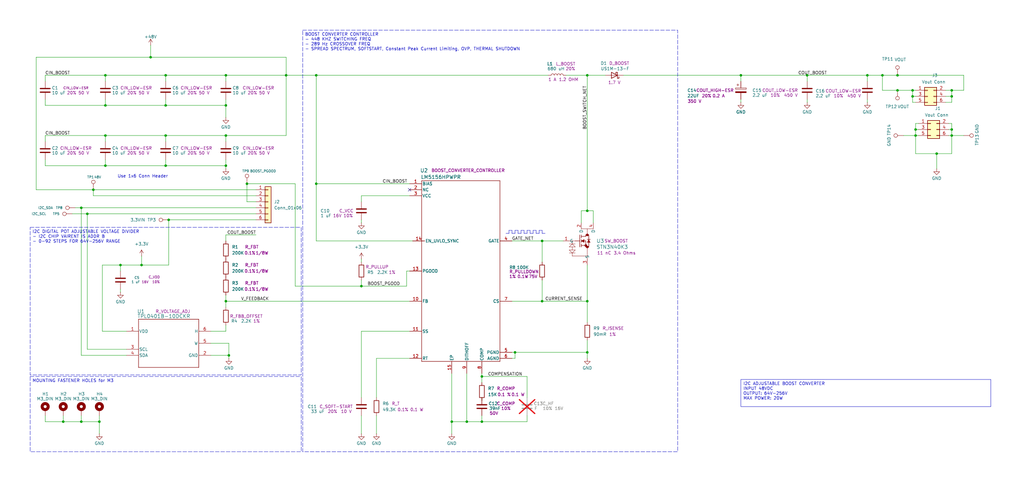
<source format=kicad_sch>
(kicad_sch (version 20250114) (generator "eeschema") (generator_version "9.0")
  (paper "User" 431.8 203.2)
  (title_block (title "Boost Converter Module") (date "2025-07-29") (rev "G") (company "Rack Robotics, Inc."))
  (text "Use 1x6 Conn Header" (at 60.198 74.422 0) (effects (font (size 1.27 1.27))))
  (text_box "BOOST CONVERTER CONTROLLER\n- 448 KHZ SWITCHING FREQ\n- 289 Hz CROSSOVER FREQ\n- SPREAD SPECTRUM, SOFTSTART, Constant Peak Current Limiting, OVP, THERMAL SHUTDOWN" (at 127.635 12.7 0) (size 158.115 177.8) (margins 0.9525 0.9525 0.9525 0.9525) (stroke (width 0) (type dash)) (effects (font (size 1.27 1.27)) (justify left top)))
  (text_box "I2C DIGITAL POT ADJUSTABLE VOLTAGE DIVIDER\n- I2C CHIP VAIRENT IS ADDR B \n- 0-92 STEPS FOR 64V-256V RANGE" (at 12.7 95.885 0) (size 114.3 62.23) (margins 0.9525 0.9525 0.9525 0.9525) (stroke (width 0) (type dash)) (effects (font (size 1.27 1.27)) (justify left top)))
  (text_box "MOUNTING FASTENER HOLES for M3" (at 12.7 158.75 0) (size 114.3 31.75) (margins 0.9525 0.9525 0.9525 0.9525) (stroke (width 0) (type dash)) (effects (font (size 1.27 1.27)) (justify left top)))
  (text_box "I2C ADJUSTABLE BOOST CONVERTER\nINPUT 48VDC\nOUTPUT: 64V-256V\nMAX POWER: 20W" (at 312.42 160.02 0) (size 105.41 11.43) (margins 0.9525 0.9525 0.9525 0.9525) (effects (font (size 1.27 1.27)) (justify left top)))
  (junction (at 228.6 127))
  (junction (at 95.25 31.75))
  (junction (at 386.08 57.15))
  (junction (at 69.85 44.45))
  (junction (at 36.83 90.17))
  (junction (at 44.45 44.45))
  (junction (at 63.5 24.13))
  (junction (at 365.76 31.75))
  (junction (at 394.97 64.77))
  (junction (at 44.45 69.85))
  (junction (at 247.65 88.9))
  (junction (at 120.65 31.75))
  (junction (at 95.25 44.45))
  (junction (at 95.25 69.85))
  (junction (at 69.85 57.15))
  (junction (at 34.29 87.63))
  (junction (at 95.25 127))
  (junction (at 340.36 31.75))
  (junction (at 34.29 177.8))
  (junction (at 104.14 77.47))
  (junction (at 96.52 149.86))
  (junction (at 372.11 31.75))
  (junction (at 50.8 111.76))
  (junction (at 401.32 54.61))
  (junction (at 41.91 177.8))
  (junction (at 152.4 120.65))
  (junction (at 384.81 38.1))
  (junction (at 378.46 38.1))
  (junction (at 378.46 31.75))
  (junction (at 401.32 38.1))
  (junction (at 133.35 77.47))
  (junction (at 401.32 57.15))
  (junction (at 69.85 69.85))
  (junction (at 384.81 40.64))
  (junction (at 312.42 31.75))
  (junction (at 247.65 31.75))
  (junction (at 386.08 54.61))
  (junction (at 196.85 177.8))
  (junction (at 39.37 80.01))
  (junction (at 401.32 40.64))
  (junction (at 44.45 57.15))
  (junction (at 190.5 177.8))
  (junction (at 247.65 148.59))
  (junction (at 247.65 127))
  (junction (at 203.2 158.75))
  (junction (at 203.2 177.8))
  (junction (at 133.35 31.75))
  (junction (at 71.12 92.71))
  (junction (at 69.85 31.75))
  (junction (at 59.69 111.76))
  (junction (at 95.25 57.15))
  (junction (at 217.17 148.59))
  (junction (at 228.6 101.6))
  (junction (at 44.45 31.75))
  (junction (at 26.67 177.8))
  (no_connect (at 172.72 80.01))
  (wire (pts (xy 312.42 34.29) (xy 312.42 31.75)))
  (wire (pts (xy 247.65 151.13) (xy 247.65 148.59)))
  (wire (pts (xy 31.75 87.63) (xy 34.29 87.63)))
  (wire (pts (xy 384.81 43.18) (xy 384.81 40.64)))
  (wire (pts (xy 228.6 127) (xy 247.65 127)))
  (polyline (pts (xy 219.71 98.425) (xy 219.71 97.155)))
  (polyline (pts (xy 214.63 98.425) (xy 214.63 97.155)))
  (wire (pts (xy 152.4 120.65) (xy 171.45 120.65)))
  (wire (pts (xy 203.2 157.48) (xy 203.2 158.75)))
  (polyline (pts (xy 217.17 98.425) (xy 217.17 97.155)))
  (polyline (pts (xy 226.06 98.425) (xy 227.33 98.425)))
  (wire (pts (xy 312.42 31.75) (xy 340.36 31.75)))
  (wire (pts (xy 19.05 31.75) (xy 19.05 34.29)))
  (wire (pts (xy 262.89 31.75) (xy 312.42 31.75)))
  (wire (pts (xy 63.5 24.13) (xy 63.5 19.05)))
  (wire (pts (xy 133.35 77.47) (xy 133.35 101.6)))
  (polyline (pts (xy 218.44 98.425) (xy 219.71 98.425)))
  (wire (pts (xy 247.65 31.75) (xy 255.27 31.75)))
  (wire (pts (xy 158.75 175.26) (xy 158.75 182.88)))
  (wire (pts (xy 44.45 41.91) (xy 44.45 44.45)))
  (wire (pts (xy 222.25 175.26) (xy 222.25 177.8)))
  (wire (pts (xy 406.4 38.1) (xy 401.32 38.1)))
  (wire (pts (xy 41.91 175.26) (xy 41.91 177.8)))
  (wire (pts (xy 152.4 139.7) (xy 172.72 139.7)))
  (wire (pts (xy 340.36 31.75) (xy 365.76 31.75)))
  (wire (pts (xy 215.9 101.6) (xy 228.6 101.6)))
  (wire (pts (xy 30.48 90.17) (xy 36.83 90.17)))
  (wire (pts (xy 386.08 64.77) (xy 394.97 64.77)))
  (wire (pts (xy 107.95 82.55) (xy 39.37 82.55)))
  (wire (pts (xy 133.35 77.47) (xy 172.72 77.47)))
  (wire (pts (xy 401.32 54.61) (xy 401.32 57.15)))
  (wire (pts (xy 222.25 158.75) (xy 203.2 158.75)))
  (wire (pts (xy 247.65 148.59) (xy 217.17 148.59)))
  (wire (pts (xy 401.32 40.64) (xy 401.32 38.1)))
  (wire (pts (xy 104.14 77.47) (xy 124.46 77.47)))
  (wire (pts (xy 190.5 177.8) (xy 190.5 182.88)))
  (wire (pts (xy 152.4 85.09) (xy 152.4 82.55)))
  (wire (pts (xy 228.6 118.11) (xy 228.6 127)))
  (wire (pts (xy 312.42 41.91) (xy 312.42 43.18)))
  (wire (pts (xy 133.35 31.75) (xy 120.65 31.75)))
  (wire (pts (xy 69.85 44.45) (xy 44.45 44.45)))
  (polyline (pts (xy 226.06 97.155) (xy 226.06 98.425)))
  (polyline (pts (xy 228.6 98.425) (xy 229.87 98.425)))
  (wire (pts (xy 386.08 54.61) (xy 386.08 57.15)))
  (polyline (pts (xy 220.98 97.155) (xy 220.98 98.425)))
  (wire (pts (xy 71.12 92.71) (xy 71.12 111.76)))
  (wire (pts (xy 95.25 59.69) (xy 95.25 57.15)))
  (wire (pts (xy 39.37 80.01) (xy 107.95 80.01)))
  (polyline (pts (xy 222.25 97.155) (xy 223.52 97.155)))
  (wire (pts (xy 120.65 57.15) (xy 95.25 57.15)))
  (wire (pts (xy 44.45 31.75) (xy 19.05 31.75)))
  (wire (pts (xy 26.67 177.8) (xy 34.29 177.8)))
  (polyline (pts (xy 228.6 97.155) (xy 228.6 98.425)))
  (wire (pts (xy 88.9 139.7) (xy 95.25 139.7)))
  (wire (pts (xy 39.37 80.01) (xy 15.24 80.01)))
  (wire (pts (xy 69.85 57.15) (xy 69.85 59.69)))
  (wire (pts (xy 401.32 64.77) (xy 401.32 57.15)))
  (wire (pts (xy 34.29 177.8) (xy 41.91 177.8)))
  (wire (pts (xy 217.17 148.59) (xy 215.9 148.59)))
  (wire (pts (xy 95.25 137.16) (xy 95.25 139.7)))
  (wire (pts (xy 401.32 43.18) (xy 398.78 43.18)))
  (wire (pts (xy 387.35 52.07) (xy 386.08 52.07)))
  (wire (pts (xy 15.24 24.13) (xy 15.24 80.01)))
  (wire (pts (xy 34.29 87.63) (xy 107.95 87.63)))
  (wire (pts (xy 95.25 69.85) (xy 69.85 69.85)))
  (wire (pts (xy 95.25 67.31) (xy 95.25 69.85)))
  (polyline (pts (xy 224.79 98.425) (xy 224.79 97.155)))
  (wire (pts (xy 36.83 90.17) (xy 36.83 147.32)))
  (wire (pts (xy 247.65 127) (xy 247.65 135.89)))
  (wire (pts (xy 247.65 111.76) (xy 247.65 127)))
  (wire (pts (xy 124.46 77.47) (xy 124.46 120.65)))
  (wire (pts (xy 88.9 144.78) (xy 96.52 144.78)))
  (wire (pts (xy 34.29 175.26) (xy 34.29 177.8)))
  (wire (pts (xy 133.35 77.47) (xy 133.35 31.75)))
  (wire (pts (xy 95.25 44.45) (xy 69.85 44.45)))
  (wire (pts (xy 95.25 57.15) (xy 69.85 57.15)))
  (wire (pts (xy 59.69 111.76) (xy 71.12 111.76)))
  (wire (pts (xy 88.9 149.86) (xy 96.52 149.86)))
  (polyline (pts (xy 223.52 97.155) (xy 223.52 98.425)))
  (wire (pts (xy 401.32 64.77) (xy 394.97 64.77)))
  (polyline (pts (xy 227.33 98.425) (xy 227.33 97.155)))
  (wire (pts (xy 394.97 64.77) (xy 394.97 71.12)))
  (wire (pts (xy 69.85 31.75) (xy 69.85 34.29)))
  (polyline (pts (xy 218.44 97.155) (xy 218.44 98.425)))
  (polyline (pts (xy 219.71 97.155) (xy 220.98 97.155)))
  (wire (pts (xy 172.72 114.3) (xy 171.45 114.3)))
  (wire (pts (xy 120.65 31.75) (xy 120.65 57.15)))
  (wire (pts (xy 50.8 111.76) (xy 59.69 111.76)))
  (wire (pts (xy 43.18 111.76) (xy 43.18 139.7)))
  (wire (pts (xy 107.95 85.09) (xy 104.14 85.09)))
  (wire (pts (xy 340.36 34.29) (xy 340.36 31.75)))
  (wire (pts (xy 152.4 118.11) (xy 152.4 120.65)))
  (polyline (pts (xy 224.79 97.155) (xy 226.06 97.155)))
  (wire (pts (xy 69.85 69.85) (xy 44.45 69.85)))
  (wire (pts (xy 158.75 167.64) (xy 158.75 151.13)))
  (wire (pts (xy 222.25 167.64) (xy 222.25 158.75)))
  (wire (pts (xy 247.65 88.9) (xy 250.19 88.9)))
  (wire (pts (xy 34.29 149.86) (xy 53.34 149.86)))
  (wire (pts (xy 196.85 157.48) (xy 196.85 177.8)))
  (wire (pts (xy 386.08 57.15) (xy 386.08 64.77)))
  (wire (pts (xy 400.05 57.15) (xy 401.32 57.15)))
  (wire (pts (xy 44.45 67.31) (xy 44.45 69.85)))
  (wire (pts (xy 398.78 40.64) (xy 401.32 40.64)))
  (wire (pts (xy 95.25 127) (xy 95.25 129.54)))
  (wire (pts (xy 190.5 157.48) (xy 190.5 177.8)))
  (wire (pts (xy 250.19 93.98) (xy 250.19 88.9)))
  (wire (pts (xy 69.85 41.91) (xy 69.85 44.45)))
  (wire (pts (xy 107.95 99.06) (xy 95.25 99.06)))
  (wire (pts (xy 228.6 101.6) (xy 228.6 110.49)))
  (wire (pts (xy 36.83 90.17) (xy 107.95 90.17)))
  (wire (pts (xy 95.25 41.91) (xy 95.25 44.45)))
  (wire (pts (xy 152.4 175.26) (xy 152.4 182.88)))
  (wire (pts (xy 44.45 57.15) (xy 44.45 59.69)))
  (wire (pts (xy 133.35 101.6) (xy 173.99 101.6)))
  (wire (pts (xy 95.25 44.45) (xy 95.25 49.53)))
  (wire (pts (xy 406.4 31.75) (xy 406.4 38.1)))
  (wire (pts (xy 50.8 121.92) (xy 50.8 123.19)))
  (wire (pts (xy 69.85 57.15) (xy 44.45 57.15)))
  (wire (pts (xy 95.25 31.75) (xy 69.85 31.75)))
  (wire (pts (xy 96.52 144.78) (xy 96.52 149.86)))
  (wire (pts (xy 203.2 158.75) (xy 203.2 161.29)))
  (wire (pts (xy 386.08 43.18) (xy 384.81 43.18)))
  (wire (pts (xy 384.81 38.1) (xy 386.08 38.1)))
  (polyline (pts (xy 215.9 98.425) (xy 217.17 98.425)))
  (wire (pts (xy 401.32 38.1) (xy 398.78 38.1)))
  (wire (pts (xy 95.25 99.06) (xy 95.25 101.6)))
  (wire (pts (xy 95.25 124.46) (xy 95.25 127)))
  (wire (pts (xy 365.76 31.75) (xy 365.76 34.29)))
  (wire (pts (xy 386.08 57.15) (xy 387.35 57.15)))
  (wire (pts (xy 381 57.15) (xy 386.08 57.15)))
  (wire (pts (xy 238.76 31.75) (xy 247.65 31.75)))
  (wire (pts (xy 378.46 31.75) (xy 406.4 31.75)))
  (wire (pts (xy 124.46 120.65) (xy 152.4 120.65)))
  (wire (pts (xy 245.11 88.9) (xy 247.65 88.9)))
  (wire (pts (xy 372.11 31.75) (xy 372.11 38.1)))
  (wire (pts (xy 215.9 151.13) (xy 217.17 151.13)))
  (wire (pts (xy 387.35 54.61) (xy 386.08 54.61)))
  (wire (pts (xy 152.4 92.71) (xy 152.4 93.98)))
  (wire (pts (xy 41.91 177.8) (xy 41.91 182.88)))
  (wire (pts (xy 400.05 52.07) (xy 401.32 52.07)))
  (wire (pts (xy 378.46 38.1) (xy 384.81 38.1)))
  (polyline (pts (xy 214.63 97.155) (xy 215.9 97.155)))
  (wire (pts (xy 386.08 40.64) (xy 384.81 40.64)))
  (wire (pts (xy 196.85 177.8) (xy 203.2 177.8)))
  (wire (pts (xy 401.32 52.07) (xy 401.32 54.61)))
  (wire (pts (xy 95.25 34.29) (xy 95.25 31.75)))
  (wire (pts (xy 158.75 151.13) (xy 172.72 151.13)))
  (wire (pts (xy 59.69 107.95) (xy 59.69 111.76)))
  (wire (pts (xy 401.32 40.64) (xy 401.32 43.18)))
  (wire (pts (xy 365.76 41.91) (xy 365.76 43.18)))
  (wire (pts (xy 217.17 151.13) (xy 217.17 148.59)))
  (polyline (pts (xy 217.17 97.155) (xy 218.44 97.155)))
  (wire (pts (xy 95.25 127) (xy 172.72 127)))
  (wire (pts (xy 50.8 111.76) (xy 43.18 111.76)))
  (wire (pts (xy 34.29 87.63) (xy 34.29 149.86)))
  (polyline (pts (xy 223.52 98.425) (xy 224.79 98.425)))
  (wire (pts (xy 222.25 177.8) (xy 203.2 177.8)))
  (wire (pts (xy 50.8 111.76) (xy 50.8 114.3)))
  (polyline (pts (xy 215.9 97.155) (xy 215.9 98.425)))
  (polyline (pts (xy 222.25 98.425) (xy 222.25 97.155)))
  (wire (pts (xy 44.45 44.45) (xy 19.05 44.45)))
  (wire (pts (xy 372.11 31.75) (xy 378.46 31.75)))
  (wire (pts (xy 215.9 127) (xy 228.6 127)))
  (wire (pts (xy 152.4 109.22) (xy 152.4 110.49)))
  (wire (pts (xy 120.65 24.13) (xy 120.65 31.75)))
  (wire (pts (xy 190.5 177.8) (xy 196.85 177.8)))
  (wire (pts (xy 378.46 38.1) (xy 372.11 38.1)))
  (polyline (pts (xy 227.33 97.155) (xy 228.6 97.155)))
  (wire (pts (xy 15.24 24.13) (xy 63.5 24.13)))
  (wire (pts (xy 133.35 31.75) (xy 231.14 31.75)))
  (wire (pts (xy 406.4 57.15) (xy 401.32 57.15)))
  (polyline (pts (xy 220.98 98.425) (xy 222.25 98.425)))
  (wire (pts (xy 203.2 175.26) (xy 203.2 177.8)))
  (wire (pts (xy 19.05 41.91) (xy 19.05 44.45)))
  (wire (pts (xy 19.05 67.31) (xy 19.05 69.85)))
  (wire (pts (xy 245.11 93.98) (xy 245.11 88.9)))
  (wire (pts (xy 69.85 67.31) (xy 69.85 69.85)))
  (wire (pts (xy 365.76 31.75) (xy 372.11 31.75)))
  (wire (pts (xy 19.05 175.26) (xy 19.05 177.8)))
  (wire (pts (xy 340.36 41.91) (xy 340.36 43.18)))
  (wire (pts (xy 228.6 101.6) (xy 237.49 101.6)))
  (wire (pts (xy 104.14 85.09) (xy 104.14 77.47)))
  (wire (pts (xy 63.5 24.13) (xy 120.65 24.13)))
  (polyline (pts (xy 213.36 98.425) (xy 214.63 98.425)))
  (wire (pts (xy 19.05 57.15) (xy 19.05 59.69)))
  (wire (pts (xy 96.52 149.86) (xy 96.52 151.13)))
  (wire (pts (xy 43.18 139.7) (xy 53.34 139.7)))
  (wire (pts (xy 203.2 167.64) (xy 203.2 168.91)))
  (wire (pts (xy 386.08 52.07) (xy 386.08 54.61)))
  (wire (pts (xy 247.65 31.75) (xy 247.65 88.9)))
  (wire (pts (xy 384.81 40.64) (xy 384.81 38.1)))
  (wire (pts (xy 44.45 31.75) (xy 44.45 34.29)))
  (wire (pts (xy 39.37 82.55) (xy 39.37 80.01)))
  (wire (pts (xy 400.05 54.61) (xy 401.32 54.61)))
  (wire (pts (xy 152.4 82.55) (xy 172.72 82.55)))
  (wire (pts (xy 247.65 143.51) (xy 247.65 148.59)))
  (wire (pts (xy 152.4 139.7) (xy 152.4 167.64)))
  (wire (pts (xy 36.83 147.32) (xy 53.34 147.32)))
  (wire (pts (xy 26.67 175.26) (xy 26.67 177.8)))
  (wire (pts (xy 44.45 57.15) (xy 19.05 57.15)))
  (wire (pts (xy 44.45 69.85) (xy 19.05 69.85)))
  (wire (pts (xy 19.05 177.8) (xy 26.67 177.8)))
  (wire (pts (xy 171.45 114.3) (xy 171.45 120.65)))
  (wire (pts (xy 95.25 69.85) (xy 95.25 71.12)))
  (wire (pts (xy 69.85 31.75) (xy 44.45 31.75)))
  (wire (pts (xy 95.25 31.75) (xy 120.65 31.75)))
  (wire (pts (xy 107.95 92.71) (xy 71.12 92.71)))
  (label "V_FEEDBACK" (at 101.6 127 0))
  (label "CIN_BOOST" (at 19.05 31.75 0))
  (label "COMPENSATION" (at 205.74 158.75 0))
  (label "CURRENT_SENSE" (at 229.87 127 0))
  (label "BOOST_PGOOD" (at 154.94 120.65 0))
  (label "CIN_BOOST" (at 161.29 77.47 0))
  (label "CIN_BOOST" (at 19.05 57.15 0))
  (label "BOOST_SWITCH_NET" (at 247.65 54.61 90))
  (label "GATE_NET" (at 215.9 101.6 0))
  (label "COUT_BOOST" (at 107.95 99.06 180))
  (label "COUT_BOOST" (at 336.55 31.75 0))
  (symbol (lib_id "power:GND") (at 340.36 43.18 0) (unit 1)
    (property "Reference" "#PWR015" (effects (hide yes)))
    (property "Value" "GND" (at 340.36 47.244 0))
    (property "Description" "Power symbol creates a global label with name \"GND\" , ground" (effects (hide yes)))
  )
  (symbol (lib_id "Connector:TestPoint") (at 406.4 57.15 270) (unit 1) (in_bom no)
    (property "Reference" "TP13" (at 411.988 61.468 0) (effects (justify right)))
    (property "Value" "GND" (at 411.988 56.388 0) (effects (justify right)))
    (property "Footprint" "powercore-development:TestPoint_TestPoint_Pad_2.0x2.0mm_No_Silkscreen" (effects (hide yes)))
    (property "Datasheet" "NULL" (effects (hide yes)))
    (property "Description" "NULL" (effects (hide yes)))
    (property "Manufacturer" "NULL" (effects (hide yes)))
    (property "Manufacturer#" "NULL" (effects (hide yes)))
    (property "Distributor" "NULL" (effects (hide yes)))
    (property "Distributor#" "NULL" (effects (hide yes)))
    (property "Role" "NULL" (effects (hide yes)))
  )
  (symbol (lib_id "Connector:TestPoint") (at 31.75 87.63 90) (unit 1) (in_bom no)
    (property "Reference" "TP8" (at 26.416 87.63 90) (effects (font (size 1.016 1.016)) (justify left)))
    (property "Value" "I2C_SDA" (at 22.352 87.63 90) (effects (font (size 1.016 1.016)) (justify left)))
    (property "Footprint" "powercore-development:TestPoint_TestPoint_Pad_2.0x2.0mm_No_Silkscreen" (effects (hide yes)))
    (property "Datasheet" "NULL" (effects (hide yes)))
    (property "Description" "NULL" (effects (hide yes)))
    (property "Manufacturer" "NULL" (effects (hide yes)))
    (property "Manufacturer#" "NULL" (effects (hide yes)))
    (property "Distributor" "NULL" (effects (hide yes)))
    (property "Distributor#" "NULL" (effects (hide yes)))
    (property "Role" "NULL" (effects (hide yes)))
  )
  (symbol (lib_id "Connector:TestPoint") (at 104.14 77.47 0) (unit 1) (in_bom no)
    (property "Reference" "TP9" (at 102.108 72.136 0) (effects (font (size 1.016 1.016)) (justify left)))
    (property "Value" "BOOST_PGOOD" (at 105.41 72.136 0) (effects (font (size 1.016 1.016)) (justify left)))
    (property "Footprint" "powercore-development:TestPoint_TestPoint_Pad_2.0x2.0mm_No_Silkscreen" (effects (hide yes)))
    (property "Datasheet" "NULL" (effects (hide yes)))
    (property "Description" "NULL" (effects (hide yes)))
    (property "Manufacturer" "NULL" (effects (hide yes)))
    (property "Manufacturer#" "NULL" (effects (hide yes)))
    (property "Distributor" "NULL" (effects (hide yes)))
    (property "Distributor#" "NULL" (effects (hide yes)))
    (property "Role" "NULL" (effects (hide yes)))
  )
  (symbol (lib_id "Device:C") (at 69.85 38.1 0) (unit 1)
    (property "Reference" "C6" (at 72.644 37.084 0) (effects (justify left)))
    (property "Value" "10 uF" (at 72.644 39.116 0) (effects (justify left)))
    (property "Footprint" "Capacitor_SMD:C_1206_3216Metric" (effects (hide yes)))
    (property "Datasheet" "https://mm.digikey.com/Volume0/opasdata/d220001/medias/docus/6358/CL31A106MBHNNNE.pdf" (effects (hide yes)))
    (property "Description" "10 µF ±20% 50V Ceramic Capacitor X5R 1206 (3216 Metric)" (effects (hide yes)))
    (property "Manufacturer" "Samsung Electro-Mechanics" (effects (hide yes)))
    (property "Manufacturer#" "CL31A106MBHNNNE" (effects (hide yes)))
    (property "Distributor" "Digikey Electronics, Inc." (effects (hide yes)))
    (property "Distributor#" "1276-6736-1-ND" (effects (hide yes)))
    (property "Role" "CIN_LOW-ESR" (at 82.804 37.084 0))
    (property "Tolerance" "20%" (at 81.026 39.116 0))
    (property "Max Voltage" "50 V" (at 86.106 39.116 0))
    (property "LCSC Part #" "C96600" (effects (hide yes)))
  )
  (symbol (lib_id "Mechanical:MountingHole_Pad") (at 26.67 172.72 0) (unit 1) (exclude_from_sim yes) (in_bom no)
    (property "Reference" "H2" (at 25.4 166.116 0) (effects (justify left)))
    (property "Value" "M3_DIN" (at 23.114 168.148 0) (effects (justify left)))
    (property "Footprint" "MountingHole:MountingHole_3.2mm_M3_DIN965_Pad_TopBottom" (effects (hide yes)))
    (property "Datasheet" "NULL" (effects (hide yes)))
    (property "Description" "M3 Mounting hole with op & bottom pads exposed" (effects (hide yes)))
    (property "Manufacturer" "NULL" (effects (hide yes)))
    (property "Manufacturer#" "NULL" (effects (hide yes)))
    (property "Distributor" "NULL" (effects (hide yes)))
    (property "Distributor#" "NULL" (effects (hide yes)))
    (property "Role" "NULL" (effects (hide yes)))
  )
  (symbol (lib_id "power:GND") (at 394.97 71.12 0) (unit 1)
    (property "Reference" "#PWR017" (effects (hide yes)))
    (property "Value" "GND" (at 394.97 75.184 0))
    (property "Description" "Power symbol creates a global label with name \"GND\" , ground" (effects (hide yes)))
  )
  (symbol (lib_id "Mechanical:MountingHole_Pad") (at 19.05 172.72 0) (unit 1) (exclude_from_sim yes) (in_bom no)
    (property "Reference" "H1" (at 17.78 166.116 0) (effects (justify left)))
    (property "Value" "M3_DIN" (at 15.494 168.148 0) (effects (justify left)))
    (property "Footprint" "MountingHole:MountingHole_3.2mm_M3_DIN965_Pad_TopBottom" (effects (hide yes)))
    (property "Datasheet" "NULL" (effects (hide yes)))
    (property "Description" "M3 Mounting hole with op & bottom pads exposed" (effects (hide yes)))
    (property "Manufacturer" "NULL" (effects (hide yes)))
    (property "Manufacturer#" "NULL" (effects (hide yes)))
    (property "Distributor" "NULL" (effects (hide yes)))
    (property "Distributor#" "NULL" (effects (hide yes)))
    (property "Role" "NULL" (effects (hide yes)))
  )
  (symbol (lib_id "Device:C") (at 365.76 38.1 0) (unit 1)
    (property "Reference" "C16" (at 343.916 38.354 0) (effects (justify left)))
    (property "Value" "2.2 uF" (at 343.916 40.386 0) (effects (justify left)))
    (property "Footprint" "Capacitor_SMD:C_2220_5750Metric" (effects (hide yes)))
    (property "Datasheet" "https://product.tdk.com/en/system/files?file=dam/doc/product/capacitor/ceramic/mlcc/catalog/mlcc_commercial_midvoltage_en.pdf" (effects (hide yes)))
    (property "Description" "2.2 µF ±10% 450V Ceramic Capacitor X6S 2220 (5750 Metric)" (effects (hide yes)))
    (property "Manufacturer" "TDK Corporation" (effects (hide yes)))
    (property "Manufacturer#" "TDK Corporation" (effects (hide yes)))
    (property "Distributor" "Digikey Electronics, Inc." (effects (hide yes)))
    (property "Distributor#" "445-7781-1-ND" (effects (hide yes)))
    (property "Role" "COUT_LOW-ESR" (at 355.6 38.354 0))
    (property "Tolerance" "10%" (at 353.568 40.386 0))
    (property "Ripple Current Max" "NULL" (effects (hide yes)))
    (property "Max Voltage" "450 V" (at 360.172 40.386 0))
    (property "LCSC Part #" "C445674" (effects (hide yes)))
  )
  (symbol (lib_id "Device:C") (at 69.85 63.5 0) (unit 1)
    (property "Reference" "C7" (at 72.644 62.484 0) (effects (justify left)))
    (property "Value" "10 uF" (at 72.644 64.516 0) (effects (justify left)))
    (property "Footprint" "Capacitor_SMD:C_1206_3216Metric" (effects (hide yes)))
    (property "Datasheet" "https://mm.digikey.com/Volume0/opasdata/d220001/medias/docus/6358/CL31A106MBHNNNE.pdf" (effects (hide yes)))
    (property "Description" "10 µF ±20% 50V Ceramic Capacitor X5R 1206 (3216 Metric)" (effects (hide yes)))
    (property "Manufacturer" "Samsung Electro-Mechanics" (effects (hide yes)))
    (property "Manufacturer#" "CL31A106MBHNNNE" (effects (hide yes)))
    (property "Distributor" "Digikey Electronics, Inc." (effects (hide yes)))
    (property "Distributor#" "1276-6736-1-ND" (effects (hide yes)))
    (property "Role" "CIN_LOW-ESR" (at 82.804 62.484 0))
    (property "Tolerance" "20%" (at 81.026 64.516 0))
    (property "Max Voltage" "50 V" (at 86.106 64.516 0))
    (property "LCSC Part #" "C96600" (effects (hide yes)))
  )
  (symbol (lib_id "Device:C") (at 19.05 38.1 0) (unit 1)
    (property "Reference" "C1" (at 21.844 37.084 0) (effects (justify left)))
    (property "Value" "10 uF" (at 21.844 39.116 0) (effects (justify left)))
    (property "Footprint" "Capacitor_SMD:C_1206_3216Metric" (effects (hide yes)))
    (property "Datasheet" "https://mm.digikey.com/Volume0/opasdata/d220001/medias/docus/6358/CL31A106MBHNNNE.pdf" (effects (hide yes)))
    (property "Description" "10 µF ±20% 50V Ceramic Capacitor X5R 1206 (3216 Metric)" (effects (hide yes)))
    (property "Manufacturer" "Samsung Electro-Mechanics" (effects (hide yes)))
    (property "Manufacturer#" "CL31A106MBHNNNE" (effects (hide yes)))
    (property "Distributor" "Digikey Electronics, Inc." (effects (hide yes)))
    (property "Distributor#" "1276-6736-1-ND" (effects (hide yes)))
    (property "Role" "CIN_LOW-ESR" (at 32.004 37.084 0) (effects (font (size 1.016 1.016))))
    (property "Tolerance" "20%" (at 30.226 39.116 0))
    (property "Max Voltage" "50 V" (at 35.306 39.116 0))
    (property "LCSC Part #" "C96600" (effects (hide yes)))
  )
  (symbol (lib_id "Device:D_Schottky") (at 259.08 31.75 180) (unit 1)
    (property "Reference" "D1" (at 254.5715 26.67 0))
    (property "Value" "US1M-13-F" (at 259.334 28.956 0))
    (property "Footprint" "Diode_SMD:D_SMA" (effects (hide yes)))
    (property "Datasheet" "https://www.diodes.com/assets/Datasheets/ds16008.pdf" (effects (hide yes)))
    (property "Description" "DIODE GEN PURP 1KV 1A SMA" (effects (hide yes)))
    (property "Manufacturer" "Diodes Incorporated" (effects (hide yes)))
    (property "Manufacturer#" "US1M-13-F" (effects (hide yes)))
    (property "Distributor" "Digikey Electronics, Inc." (effects (hide yes)))
    (property "Distributor#" "US1M-FDICT-ND" (effects (hide yes)))
    (property "Role" "D_BOOST" (at 261.112 26.67 0))
    (property "Forward Voltage" "1.7 V" (at 259.08 34.798 0))
    (property "LCSC Part #" "C99333" (effects (hide yes)))
  )
  (symbol (lib_id "Mechanical:MountingHole_Pad") (at 41.91 172.72 0) (unit 1) (exclude_from_sim yes) (in_bom no)
    (property "Reference" "H4" (at 40.64 166.116 0) (effects (justify left)))
    (property "Value" "M3_DIN" (at 38.354 168.148 0) (effects (justify left)))
    (property "Footprint" "MountingHole:MountingHole_3.2mm_M3_DIN965_Pad_TopBottom" (effects (hide yes)))
    (property "Datasheet" "NULL" (effects (hide yes)))
    (property "Description" "M3 Mounting hole with op & bottom pads exposed" (effects (hide yes)))
    (property "Manufacturer" "NULL" (effects (hide yes)))
    (property "Manufacturer#" "NULL" (effects (hide yes)))
    (property "Distributor" "NULL" (effects (hide yes)))
    (property "Distributor#" "NULL" (effects (hide yes)))
    (property "Role" "NULL" (effects (hide yes)))
  )
  (symbol (lib_id "powercore-development:TPL0401B-10DCKR") (at 71.12 144.78 0) (unit 1)
    (property "Reference" "U1" (at 59.436 131.318 0) (effects (font (size 1.524 1.524))))
    (property "Value" "TPL0401B-10DCKR" (at 69.088 133.35 0) (effects (font (size 1.524 1.524))))
    (property "Footprint" "powercore-development:TPL0401B-10DCKR" (effects (hide yes)))
    (property "Datasheet" "https://www.ti.com/general/docs/suppproductinfo.tsp?distId=10&gotoUrl=https%3A%2F%2Fwww.ti.com%2Flit%2Fgpn%2Ftpl0401b-10" (effects (hide yes)))
    (property "Description" "Digital Potentiometer 10k Ohm 1 Circuit 128 Taps I2C Interface SC-70-6" (effects (hide yes)))
    (property "Manufacturer" "Texas Instruments" (effects (hide yes)))
    (property "Manufacturer#" "TPL0401B-10DCKR" (effects (hide yes)))
    (property "Distributor" "Digikey Electronics, Inc." (effects (hide yes)))
    (property "Distributor#" "296-29677-1-ND" (effects (hide yes)))
    (property "Role" "R_VOLTAGE_ADJ" (at 72.898 131.318 0))
    (property "LCSC Part #" "C2666599" (effects (hide yes)))
  )
  (symbol (lib_id "power:GND") (at 190.5 182.88 0) (unit 1)
    (property "Reference" "#PWR012" (effects (hide yes)))
    (property "Value" "GND" (at 190.5 186.944 0))
    (property "Description" "Power symbol creates a global label with name \"GND\" , ground" (effects (hide yes)))
  )
  (symbol (lib_id "Connector:TestPoint") (at 30.48 90.17 90) (unit 1) (in_bom no)
    (property "Reference" "TP5" (at 25.146 90.17 90) (effects (font (size 1.016 1.016)) (justify left)))
    (property "Value" "I2C_SCL" (at 19.558 90.17 90) (effects (font (size 1.016 1.016)) (justify left)))
    (property "Footprint" "powercore-development:TestPoint_TestPoint_Pad_2.0x2.0mm_No_Silkscreen" (effects (hide yes)))
    (property "Datasheet" "NULL" (effects (hide yes)))
    (property "Description" "NULL" (effects (hide yes)))
    (property "Manufacturer" "NULL" (effects (hide yes)))
    (property "Manufacturer#" "NULL" (effects (hide yes)))
    (property "Distributor" "NULL" (effects (hide yes)))
    (property "Distributor#" "NULL" (effects (hide yes)))
    (property "Role" "NULL" (effects (hide yes)))
  )
  (symbol (lib_id "Connector:TestPoint") (at 378.46 38.1 180) (unit 1) (in_bom no)
    (property "Reference" "TP12" (at 373.38 44.958 0) (effects (justify right)))
    (property "Value" "VOUT" (at 378.46 44.958 0) (effects (justify right)))
    (property "Footprint" "powercore-development:TestPoint_TestPoint_Pad_2.0x2.0mm_No_Silkscreen" (effects (hide yes)))
    (property "Datasheet" "NULL" (effects (hide yes)))
    (property "Description" "NULL" (effects (hide yes)))
    (property "Manufacturer" "NULL" (effects (hide yes)))
    (property "Manufacturer#" "NULL" (effects (hide yes)))
    (property "Distributor" "NULL" (effects (hide yes)))
    (property "Distributor#" "NULL" (effects (hide yes)))
    (property "Role" "NULL" (effects (hide yes)))
  )
  (symbol (lib_id "Connector_Generic:Conn_01x06") (at 113.03 85.09 0) (unit 1)
    (property "Reference" "J2" (at 115.57 85.0899 0) (effects (justify left)))
    (property "Value" "Conn_01x06" (at 115.57 87.6299 0) (effects (justify left)))
    (property "Footprint" "Connector_PinHeader_2.54mm:PinHeader_1x06_P2.54mm_Vertical" (effects (hide yes)))
    (property "Description" "Generic connector, single row, 01x06, script generated (kicad-library-utils/schlib/autogen/connector/)" (effects (hide yes)))
  )
  (symbol (lib_id "Device:R") (at 247.65 139.7 0) (unit 1)
    (property "Reference" "R9" (at 250.19 138.4299 0) (effects (justify left)))
    (property "Value" "90mR" (at 250.19 140.9699 0) (effects (justify left)))
    (property "Footprint" "Resistor_SMD:R_1206_3216Metric" (effects (hide yes)))
    (property "Datasheet" "https://www.yageo.com/upload/media/product/app/datasheet/rchip/pyu-rl_group_521_rohs_l.pdf" (effects (hide yes)))
    (property "Description" "90 mOhms ±1% 0.25W, 1/4W Chip Resistor 1206 (3216 Metric) Current Sense Thick Film" (effects (hide yes)))
    (property "Manufacturer" "YAGEO" (effects (hide yes)))
    (property "Manufacturer#" "RL1206FR-070R09L" (effects (hide yes)))
    (property "Distributor" "Digikey Electronics, Inc." (effects (hide yes)))
    (property "Distributor#" "13-RL1206FR-070R09LCT-ND" (effects (hide yes)))
    (property "Role" "R_ISENSE" (at 258.572 138.43 0))
    (property "Tolerance" "1%" (at 258.318 140.97 0))
    (property "Power" "0.25 W" (effects (hide yes)))
    (property "LCSC Part #" "C375525" (effects (hide yes)))
  )
  (symbol (lib_id "power:GND") (at 365.76 43.18 0) (unit 1)
    (property "Reference" "#PWR016" (effects (hide yes)))
    (property "Value" "GND" (at 365.76 47.244 0))
    (property "Description" "Power symbol creates a global label with name \"GND\" , ground" (effects (hide yes)))
  )
  (symbol (lib_id "Device:C") (at 44.45 38.1 0) (unit 1)
    (property "Reference" "C3" (at 47.244 37.084 0) (effects (justify left)))
    (property "Value" "10 uF" (at 47.244 39.116 0) (effects (justify left)))
    (property "Footprint" "Capacitor_SMD:C_1206_3216Metric" (effects (hide yes)))
    (property "Datasheet" "https://mm.digikey.com/Volume0/opasdata/d220001/medias/docus/6358/CL31A106MBHNNNE.pdf" (effects (hide yes)))
    (property "Description" "10 µF ±20% 50V Ceramic Capacitor X5R 1206 (3216 Metric)" (effects (hide yes)))
    (property "Manufacturer" "Samsung Electro-Mechanics" (effects (hide yes)))
    (property "Manufacturer#" "CL31A106MBHNNNE" (effects (hide yes)))
    (property "Distributor" "Digikey Electronics, Inc." (effects (hide yes)))
    (property "Distributor#" "1276-6736-1-ND" (effects (hide yes)))
    (property "Role" "CIN_LOW-ESR" (at 57.404 37.084 0))
    (property "Tolerance" "20%" (at 55.626 39.116 0))
    (property "Max Voltage" "50 V" (at 60.706 39.116 0))
    (property "LCSC Part #" "C96600" (effects (hide yes)))
  )
  (symbol (lib_id "Device:R") (at 152.4 114.3 0) (mirror y) (unit 1)
    (property "Reference" "R5" (at 156.21 114.808 0))
    (property "Value" "2.2K" (at 161.29 114.808 0))
    (property "Footprint" "Resistor_SMD:R_0603_1608Metric" (effects (hide yes)))
    (property "Datasheet" "https://www.yageo.com/upload/media/product/products/datasheet/rchip/PYu-RC_Group_51_RoHS_L_12.pdf" (effects (hide yes)))
    (property "Description" "2.2 kOhms ±1% 0.1W, 1/10W Chip Resistor 0603 (1608 Metric) Moisture Resistant Thick Film" (effects (hide yes)))
    (property "Manufacturer" "YAGEO" (effects (hide yes)))
    (property "Tolerance" "1%" (at 165.354 114.808 0))
    (property "Role" "R_PULLUP" (at 159.004 112.522 0))
    (property "Manufacturer#" "13-RC0603FR-132K2LCT-ND" (effects (hide yes)))
    (property "Distributor" "Digikey Electronics, Inc." (effects (hide yes)))
    (property "Distributor#" "13-RC0603FR-132K2LCT-ND" (effects (hide yes)))
    (property "LCSC Part #" "C3032396" (effects (hide yes)))
  )
  (symbol (lib_id "Device:C") (at 44.45 63.5 0) (unit 1)
    (property "Reference" "C4" (at 47.244 62.484 0) (effects (justify left)))
    (property "Value" "10 uF" (at 47.244 64.516 0) (effects (justify left)))
    (property "Footprint" "Capacitor_SMD:C_1206_3216Metric" (effects (hide yes)))
    (property "Datasheet" "https://mm.digikey.com/Volume0/opasdata/d220001/medias/docus/6358/CL31A106MBHNNNE.pdf" (effects (hide yes)))
    (property "Description" "10 µF ±20% 50V Ceramic Capacitor X5R 1206 (3216 Metric)" (effects (hide yes)))
    (property "Manufacturer" "Samsung Electro-Mechanics" (effects (hide yes)))
    (property "Manufacturer#" "CL31A106MBHNNNE" (effects (hide yes)))
    (property "Distributor" "Digikey Electronics, Inc." (effects (hide yes)))
    (property "Distributor#" "1276-6736-1-ND" (effects (hide yes)))
    (property "Role" "CIN_LOW-ESR" (at 57.404 62.484 0))
    (property "Tolerance" "20%" (at 55.626 64.516 0))
    (property "Max Voltage" "50 V" (at 60.706 64.516 0))
    (property "LCSC Part #" "C96600" (effects (hide yes)))
  )
  (symbol (lib_id "Device:R") (at 95.25 113.03 0) (unit 1)
    (property "Reference" "R2" (at 97.79 111.7599 0) (effects (justify left)))
    (property "Value" "200K" (at 97.79 114.2999 0) (effects (justify left)))
    (property "Footprint" "Resistor_SMD:R_0805_2012Metric" (effects (hide yes)))
    (property "Datasheet" "https://www.yageo.com/upload/media/product/app/datasheet/rchip/pyu-rt_1-to-0.01_rohs_l.pdf" (effects (hide yes)))
    (property "Description" "200 kOhms ±0.1% 0.125W, 1/8W Chip Resistor 0805 (2012 Metric) Thin Film" (effects (hide yes)))
    (property "Manufacturer" "YAGEO" (effects (hide yes)))
    (property "Manufacturer#" "RT0805BRD07200KL" (effects (hide yes)))
    (property "Distributor" "Digikey Electronics, Inc." (effects (hide yes)))
    (property "Distributor#" "YAG3357CT-ND" (effects (hide yes)))
    (property "Role" "R_FBT" (at 106.172 111.76 0))
    (property "Tolerance" "0.1%" (at 105.41 114.3 0))
    (property "Power" "1/8W" (at 110.49 114.3 0))
    (property "LCSC Part #" "C728645" (effects (hide yes)))
  )
  (symbol (lib_id "Device:L") (at 234.95 31.75 90) (unit 1)
    (property "Reference" "L1" (at 231.902 26.924 90) (effects (font (thickness 0.254) (bold yes))))
    (property "Value" "680 uH" (at 234.442 28.956 90))
    (property "Footprint" "powercore-development:SRR1210-681M" (effects (hide yes)))
    (property "Datasheet" "https://www.bourns.com/docs/Product-Datasheets/SRR1210.pdf" (effects (hide yes)))
    (property "Description" "680 µH Shielded Drum Core, Wirewound Inductor 1 A 1.2Ohm Max Nonstandard" (effects (hide yes)))
    (property "Manufacturer" "Bourns Inc." (effects (hide yes)))
    (property "Manufacturer#" "SRR1210-681M" (effects (hide yes)))
    (property "Distributor" "Digikey Electroncis, Inc." (effects (hide yes)))
    (property "Distributor#" "SRR1210-681MCT-ND" (effects (hide yes)))
    (property "Role" "L_BOOST" (at 238.506 26.924 90))
    (property "DCR" "1.2 OHM" (at 239.776 33.528 90))
    (property "Tolerance" "20%" (at 240.538 28.956 90))
    (property "Max Current" "1 A" (at 232.918 33.528 90))
    (property "LCSC Part #" "NULL" (effects (hide yes)))
  )
  (symbol (lib_id "Device:C") (at 152.4 171.45 0) (mirror y) (unit 1)
    (property "Reference" "C11" (at 133.604 171.45 0) (effects (justify left)))
    (property "Value" "33 uF" (at 136.906 173.482 0) (effects (justify left)))
    (property "Footprint" "Capacitor_SMD:C_0805_2012Metric" (effects (hide yes)))
    (property "Datasheet" "https://product.tdk.com/system/files/dam/doc/product/capacitor/ceramic/mlcc/catalog/mlcc_commercial_general_en.pdf" (effects (hide yes)))
    (property "Description" "33 µF ±20% 10V Ceramic Capacitor X5R 0805 (2012 Metric)" (effects (hide yes)))
    (property "Manufacturer" "TDK Corporation" (effects (hide yes)))
    (property "Manufacturer#" "C2012X5R1A336MTJ00E" (effects (hide yes)))
    (property "Distributor" "Digikey Electronics, Inc." (effects (hide yes)))
    (property "Distributor#" "445-8238-1-ND" (effects (hide yes)))
    (property "Role" "C_SOFT-START" (at 141.732 171.45 0))
    (property "Tolerance" "20%" (at 140.208 173.482 0))
    (property "Max Voltage" "10 V" (at 146.05 173.482 0))
    (property "LCSC Part #" "C342635" (effects (hide yes)))
  )
  (symbol (lib_id "Device:R") (at 95.25 133.35 0) (mirror x) (unit 1)
    (property "Reference" "R4" (at 98.806 135.382 0))
    (property "Value" "2.2K" (at 103.886 135.382 0))
    (property "Footprint" "Resistor_SMD:R_0603_1608Metric" (effects (hide yes)))
    (property "Datasheet" "https://www.yageo.com/upload/media/product/products/datasheet/rchip/PYu-RC_Group_51_RoHS_L_12.pdf" (effects (hide yes)))
    (property "Description" "2.2 kOhms ±1% 0.1W, 1/10W Chip Resistor 0603 (1608 Metric) Moisture Resistant Thick Film" (effects (hide yes)))
    (property "Manufacturer" "YAGEO" (effects (hide yes)))
    (property "Tolerance" "1%" (at 108.204 135.382 0))
    (property "Role" "R_FBB_OFFSET" (at 103.886 133.35 0))
    (property "Manufacturer#" "13-RC0603FR-132K2LCT-ND" (effects (hide yes)))
    (property "Distributor" "Digikey Electronics, Inc." (effects (hide yes)))
    (property "Distributor#" "13-RC0603FR-132K2LCT-ND" (effects (hide yes)))
    (property "LCSC Part #" "C3032396" (effects (hide yes)))
  )
  (symbol (lib_id "power:GND") (at 95.25 49.53 0) (unit 1)
    (property "Reference" "#PWR05" (effects (hide yes)))
    (property "Value" "GND" (at 95.25 53.594 0))
    (property "Description" "Power symbol creates a global label with name \"GND\" , ground" (effects (hide yes)))
  )
  (symbol (lib_id "Device:C") (at 340.36 38.1 0) (unit 1)
    (property "Reference" "C15" (at 317.246 38.1 0) (effects (justify left)))
    (property "Value" "2.2 uF" (at 317.246 40.132 0) (effects (justify left)))
    (property "Footprint" "Capacitor_SMD:C_2220_5750Metric" (effects (hide yes)))
    (property "Datasheet" "https://product.tdk.com/en/system/files?file=dam/doc/product/capacitor/ceramic/mlcc/catalog/mlcc_commercial_midvoltage_en.pdf" (effects (hide yes)))
    (property "Description" "2.2 µF ±10% 450V Ceramic Capacitor X6S 2220 (5750 Metric)" (effects (hide yes)))
    (property "Manufacturer" "TDK Corporation" (effects (hide yes)))
    (property "Manufacturer#" "TDK Corporation" (effects (hide yes)))
    (property "Distributor" "Digikey Electronics, Inc." (effects (hide yes)))
    (property "Distributor#" "445-7781-1-ND" (effects (hide yes)))
    (property "Role" "COUT_LOW-ESR" (at 328.93 38.1 0))
    (property "Tolerance" "10%" (at 326.898 40.132 0))
    (property "Ripple Current Max" "NULL" (effects (hide yes)))
    (property "Max Voltage" "450 V" (at 333.502 40.132 0))
    (property "LCSC Part #" "C445674" (effects (hide yes)))
  )
  (symbol (lib_id "Connector:TestPoint") (at 381 57.15 90) (unit 1) (in_bom no)
    (property "Reference" "TP14" (at 374.904 52.324 0) (effects (justify right)))
    (property "Value" "GND" (at 374.904 57.658 0) (effects (justify right)))
    (property "Footprint" "powercore-development:TestPoint_TestPoint_Pad_2.0x2.0mm_No_Silkscreen" (effects (hide yes)))
    (property "Datasheet" "NULL" (effects (hide yes)))
    (property "Description" "NULL" (effects (hide yes)))
    (property "Manufacturer" "NULL" (effects (hide yes)))
    (property "Manufacturer#" "NULL" (effects (hide yes)))
    (property "Distributor" "NULL" (effects (hide yes)))
    (property "Distributor#" "NULL" (effects (hide yes)))
    (property "Role" "NULL" (effects (hide yes)))
  )
  (symbol (lib_id "Device:C") (at 152.4 88.9 0) (unit 1)
    (property "Reference" "C10" (at 135.128 88.9 0) (effects (justify left)))
    (property "Value" "1 uF" (at 135.128 90.932 0) (effects (justify left)))
    (property "Footprint" "Capacitor_SMD:C_0603_1608Metric" (effects (hide yes)))
    (property "Datasheet" "https://www.yageo.com/upload/media/product/app/datasheet/mlcc/upy-gphc_x5r_4v-to-50v.pdf" (effects (hide yes)))
    (property "Description" "1 µF ±10% 16V Ceramic Capacitor X5R 0603 (1608 Metric)" (effects (hide yes)))
    (property "Manufacturer" "YAGEO" (effects (hide yes)))
    (property "Manufacturer#" "CC0603KRX5R7BB105" (effects (hide yes)))
    (property "Distributor" "Digikey Electronics, Inc." (effects (hide yes)))
    (property "Distributor#" "311-1444-1-ND" (effects (hide yes)))
    (property "Role" "C_VCC" (at 146.05 88.9 0))
    (property "Tolerance" "10%" (at 146.812 90.932 0))
    (property "Max Voltage" "16V" (at 142.24 90.932 0))
    (property "LCSC Part #" "C106215" (effects (hide yes)))
  )
  (symbol (lib_id "power:+3.3V") (at 152.4 109.22 0) (unit 1)
    (property "Reference" "#PWR09" (effects (hide yes)))
    (property "Value" "+3.3V" (at 152.4 104.14 0))
    (property "Description" "Power symbol creates a global label with name \"+3.3V\"" (effects (hide yes)))
  )
  (symbol (lib_id "Device:R") (at 158.75 171.45 0) (unit 1)
    (property "Reference" "R6" (at 161.29 170.1799 0) (effects (justify left)))
    (property "Value" "49.3K" (at 161.29 172.7199 0) (effects (justify left)))
    (property "Footprint" "Resistor_SMD:R_0603_1608Metric" (effects (hide yes)))
    (property "Datasheet" "https://www.yageo.com/upload/media/product/app/datasheet/rchip/pyu-rt_1-to-0.01_rohs_l.pdf" (effects (hide yes)))
    (property "Description" "49.3 kOhms ±0.1% 0.1W, 1/10W Chip Resistor 0603 (1608 Metric) Thin Film" (effects (hide yes)))
    (property "Manufacturer" "YAGEO" (effects (hide yes)))
    (property "Manufacturer#" "AT0603BRD0749K3L" (effects (hide yes)))
    (property "Distributor" "Digikey Electronics, Inc." (effects (hide yes)))
    (property "Distributor#" "13-RT0603BRD0749K3LCT-ND" (effects (hide yes)))
    (property "Role" "R_T" (at 166.878 170.18 0))
    (property "Tolerance" "0.1%" (at 169.926 172.72 0))
    (property "Power" "0.1 W" (at 175.768 172.72 0))
    (property "LCSC Part #" "C861433" (effects (hide yes)))
  )
  (symbol (lib_id "power:GND") (at 152.4 93.98 0) (unit 1)
    (property "Reference" "#PWR08" (effects (hide yes)))
    (property "Value" "GND" (at 152.4 98.044 0))
    (property "Description" "Power symbol creates a global label with name \"GND\" , ground" (effects (hide yes)))
  )
  (symbol (lib_id "power:GND") (at 158.75 182.88 0) (unit 1)
    (property "Reference" "#PWR011" (effects (hide yes)))
    (property "Value" "GND" (at 158.75 186.944 0))
    (property "Description" "Power symbol creates a global label with name \"GND\" , ground" (effects (hide yes)))
  )
  (symbol (lib_id "power:+3.3V") (at 59.69 107.95 0) (unit 1)
    (property "Reference" "#PWR04" (effects (hide yes)))
    (property "Value" "+3.3V" (at 59.69 102.87 0))
    (property "Description" "Power symbol creates a global label with name \"+3.3V\"" (effects (hide yes)))
  )
  (symbol (lib_id "Device:C") (at 222.25 171.45 0) (unit 1) (in_bom no) (dnp yes)
    (property "Reference" "C13" (at 225.044 170.18 0) (effects (justify left)))
    (property "Value" "F" (at 225.298 172.212 0) (effects (justify left)))
    (property "Footprint" "Capacitor_SMD:C_0603_1608Metric" (effects (hide yes)))
    (property "Datasheet" "NULL" (effects (hide yes)))
    (property "Description" "NULL" (effects (hide yes)))
    (property "Manufacturer" "NULL" (effects (hide yes)))
    (property "Manufacturer#" "NULL" (effects (hide yes)))
    (property "Distributor" "Digikey Electronics, Inc." (effects (hide yes)))
    (property "Distributor#" "NULL" (effects (hide yes)))
    (property "Role" "C_HF" (at 231.14 170.18 0))
    (property "Tolerance" "10%" (at 230.886 172.212 0))
    (property "Max Voltage" "16V" (at 235.712 172.212 0))
    (property "LCSC Part #" "NULL" (effects (hide yes)))
  )
  (symbol (lib_id "Device:C_Polarized") (at 312.42 38.1 0) (unit 1)
    (property "Reference" "C14" (at 289.814 38.1 0) (effects (justify left)))
    (property "Value" "22UF" (at 289.814 40.386 0) (effects (justify left)))
    (property "Footprint" "powercore-development:226TTA350M" (effects (hide yes)))
    (property "Datasheet" "https://www.cde.com/resources/catalogs/TTA.pdf" (effects (hide yes)))
    (property "Description" "22 µF 350 V Aluminum Electrolytic Capacitors Axial, Can 15.072Ohm @ 120Hz 2000 Hrs @ 85°C" (effects (hide yes)))
    (property "Manufacturer" "Cornell Dubilier Knowles" (effects (hide yes)))
    (property "Manufacturer#" "226TTA350M" (effects (hide yes)))
    (property "Distributor" "Digikey Electronics, Inc." (effects (hide yes)))
    (property "Distributor#" "1572-1694-ND" (effects (hide yes)))
    (property "Role" "COUT_HIGH-ESR" (at 301.498 38.1 0))
    (property "Tolerance" "20%" (at 297.942 40.386 0))
    (property "Ripple Current Max" "0.2 A" (at 303.022 40.386 0))
    (property "Max Voltage" "350 V" (at 292.862 42.672 0))
    (property "LCSC Part #" "C6077372" (effects (hide yes)))
  )
  (symbol (lib_id "power:GND") (at 96.52 151.13 0) (unit 1)
    (property "Reference" "#PWR07" (effects (hide yes)))
    (property "Value" "GND" (at 96.52 155.194 0))
    (property "Description" "Power symbol creates a global label with name \"GND\" , ground" (effects (hide yes)))
  )
  (symbol (lib_id "Device:C") (at 19.05 63.5 0) (unit 1)
    (property "Reference" "C2" (at 21.844 62.484 0) (effects (justify left)))
    (property "Value" "10 uF" (at 21.844 64.516 0) (effects (justify left)))
    (property "Footprint" "Capacitor_SMD:C_1206_3216Metric" (effects (hide yes)))
    (property "Datasheet" "https://mm.digikey.com/Volume0/opasdata/d220001/medias/docus/6358/CL31A106MBHNNNE.pdf" (effects (hide yes)))
    (property "Description" "10 µF ±20% 50V Ceramic Capacitor X5R 1206 (3216 Metric)" (effects (hide yes)))
    (property "Manufacturer" "Samsung Electro-Mechanics" (effects (hide yes)))
    (property "Manufacturer#" "CL31A106MBHNNNE" (effects (hide yes)))
    (property "Distributor" "Digikey Electronics, Inc." (effects (hide yes)))
    (property "Distributor#" "1276-6736-1-ND" (effects (hide yes)))
    (property "Role" "CIN_LOW-ESR" (at 32.004 62.484 0))
    (property "Tolerance" "20%" (at 30.226 64.516 0))
    (property "Max Voltage" "50 V" (at 35.306 64.516 0))
    (property "LCSC Part #" "C96600" (effects (hide yes)))
  )
  (symbol (lib_id "power:GND") (at 95.25 71.12 0) (unit 1)
    (property "Reference" "#PWR06" (effects (hide yes)))
    (property "Value" "GND" (at 95.25 75.184 0))
    (property "Description" "Power symbol creates a global label with name \"GND\" , ground" (effects (hide yes)))
  )
  (symbol (lib_id "Connector:TestPoint") (at 71.12 92.71 90) (unit 1) (in_bom no)
    (property "Reference" "TP3" (at 65.786 92.71 90) (effects (justify left)))
    (property "Value" "3.3VIN" (at 61.214 92.71 90) (effects (justify left)))
    (property "Footprint" "powercore-development:TestPoint_TestPoint_Pad_2.0x2.0mm_No_Silkscreen" (effects (hide yes)))
    (property "Datasheet" "NULL" (effects (hide yes)))
    (property "Description" "NULL" (effects (hide yes)))
    (property "Manufacturer" "NULL" (effects (hide yes)))
    (property "Manufacturer#" "NULL" (effects (hide yes)))
    (property "Distributor" "NULL" (effects (hide yes)))
    (property "Distributor#" "NULL" (effects (hide yes)))
    (property "Role" "NULL" (effects (hide yes)))
  )
  (symbol (lib_id "Powercore_Development:STN3N40K3") (at 240.03 101.6 0) (unit 1)
    (property "Reference" "U3" (at 251.46 101.6 0) (effects (font (size 1.524 1.524)) (justify left)))
    (property "Value" "STN3N40K3" (at 251.46 104.14 0) (effects (font (size 1.524 1.524)) (justify left)))
    (property "Footprint" "powercore-development:STN3N40K3" (effects (hide yes)))
    (property "Datasheet" "https://www.st.com/content/ccc/resource/technical/document/datasheet/e1/9f/5b/ab/3e/c6/4b/21/CD00278221.pdf/files/CD00278221.pdf/jcr:content/translations/en.CD00278221.pdf" (effects (hide yes)))
    (property "Description" "N-Channel 400 V 1.8A (Tc) 3.3W (Ta) Surface Mount SOT-223" (effects (hide yes)))
    (property "Manufacturer" "STMicroelectronics" (effects (hide yes)))
    (property "Manufacturer#" "STN3N40K3" (effects (hide yes)))
    (property "Distributor" "Digikey Electronics, Inc." (effects (hide yes)))
    (property "Distributor#" "497-11222-1-ND" (effects (hide yes)))
    (property "Role" "SW_BOOST" (at 259.842 101.6001 0))
    (property "LCSC Part #" "C128261" (effects (hide yes)))
    (property "R_DS" "3.4 Ohms" (at 263.398 106.68 0))
    (property "Q_GATE" "11 nC" (at 254.762 106.68 0))
  )
  (symbol (lib_id "powercore-development:LM5156HPWPR") (at 177.8 76.2 0) (unit 1)
    (property "Reference" "U2" (at 178.816 71.882 0) (effects (font (size 1.524 1.524))))
    (property "Value" "LM5156HPWPR" (at 185.928 74.676 0) (effects (font (size 1.524 1.524))))
    (property "Footprint" "powercore-development:lm5156h" (effects (hide yes)))
    (property "Datasheet" "http://www.ti.com/general/docs/suppproductinfo.tsp?distId=10&gotoUrl=http%3A%2F%2Fwww.ti.com%2Flit%2Fgpn%2FLM5156H" (effects (hide yes)))
    (property "Description" "Boost, Flyback, SEPIC Regulator Positive Output Step-Up, Step-Up/Step-Down DC-DC Controller IC 14-HTSSOP" (effects (hide yes)))
    (property "Manufacturer" "Texas Instruments" (effects (hide yes)))
    (property "Manufacturer#" "LM5156HPWPR" (effects (hide yes)))
    (property "Distributor" "Digikey Electronics, Inc." (effects (hide yes)))
    (property "Distributor#" "296-LM5156HPWPRCT-ND" (effects (hide yes)))
    (property "Role" "BOOST_CONVERTER_CONTROLLER" (at 197.358 71.882 0))
    (property "LCSC Part #" "C2867852" (effects (hide yes)))
  )
  (symbol (lib_id "Connector_Generic:Conn_02x03_Odd_Even") (at 391.16 40.64 0) (unit 1)
    (property "Reference" "J3" (at 394.208 31.75 0))
    (property "Value" "Vout Conn" (at 393.7 34.544 0))
    (property "Footprint" "Connector_PinHeader_2.54mm:PinHeader_2x03_P2.54mm_Vertical" (effects (hide yes)))
    (property "Description" "Generic connector, double row, 02x03, odd/even pin numbering scheme (row 1 odd numbers, row 2 even numbers), script generated (kicad-library-utils/schlib/autogen/connector/)" (effects (hide yes)))
  )
  (symbol (lib_id "power:GND") (at 312.42 43.18 0) (unit 1)
    (property "Reference" "#PWR014" (effects (hide yes)))
    (property "Value" "GND" (at 312.42 47.244 0))
    (property "Description" "Power symbol creates a global label with name \"GND\" , ground" (effects (hide yes)))
  )
  (symbol (lib_id "power:GND") (at 247.65 151.13 0) (unit 1)
    (property "Reference" "#PWR013" (effects (hide yes)))
    (property "Value" "GND" (at 247.65 155.194 0))
    (property "Description" "Power symbol creates a global label with name \"GND\" , ground" (effects (hide yes)))
  )
  (symbol (lib_id "power:+48V") (at 63.5 19.05 0) (unit 1)
    (property "Reference" "#PWR02" (effects (hide yes)))
    (property "Value" "+48V" (at 63.5 15.494 0))
    (property "Description" "Power symbol creates a global label with name \"+48V\"" (effects (hide yes)))
  )
  (symbol (lib_id "Connector_Generic:Conn_02x03_Odd_Even") (at 392.43 54.61 0) (unit 1)
    (property "Reference" "J1" (at 395.478 45.72 0))
    (property "Value" "Vout Conn" (at 394.97 48.514 0))
    (property "Footprint" "Connector_PinHeader_2.54mm:PinHeader_2x03_P2.54mm_Vertical" (effects (hide yes)))
    (property "Description" "Generic connector, double row, 02x03, odd/even pin numbering scheme (row 1 odd numbers, row 2 even numbers), script generated (kicad-library-utils/schlib/autogen/connector/)" (effects (hide yes)))
  )
  (symbol (lib_id "power:GND") (at 50.8 123.19 0) (unit 1)
    (property "Reference" "#PWR03" (effects (hide yes)))
    (property "Value" "GND" (at 50.8 127.254 0))
    (property "Description" "Power symbol creates a global label with name \"GND\" , ground" (effects (hide yes)))
  )
  (symbol (lib_id "Device:C") (at 95.25 63.5 0) (unit 1)
    (property "Reference" "C9" (at 98.044 62.484 0) (effects (justify left)))
    (property "Value" "10 uF" (at 98.044 64.516 0) (effects (justify left)))
    (property "Footprint" "Capacitor_SMD:C_1206_3216Metric" (effects (hide yes)))
    (property "Datasheet" "https://mm.digikey.com/Volume0/opasdata/d220001/medias/docus/6358/CL31A106MBHNNNE.pdf" (effects (hide yes)))
    (property "Description" "10 µF ±20% 50V Ceramic Capacitor X5R 1206 (3216 Metric)" (effects (hide yes)))
    (property "Manufacturer" "Samsung Electro-Mechanics" (effects (hide yes)))
    (property "Manufacturer#" "CL31A106MBHNNNE" (effects (hide yes)))
    (property "Distributor" "Digikey Electronics, Inc." (effects (hide yes)))
    (property "Distributor#" "1276-6736-1-ND" (effects (hide yes)))
    (property "Role" "CIN_LOW-ESR" (at 108.966 62.484 0))
    (property "Tolerance" "20%" (at 106.426 64.516 0))
    (property "Max Voltage" "50 V" (at 111.506 64.516 0))
    (property "LCSC Part #" "C96600" (effects (hide yes)))
  )
  (symbol (lib_id "Connector:TestPoint") (at 378.46 31.75 0) (unit 1) (in_bom no)
    (property "Reference" "TP11" (at 371.856 24.892 0) (effects (justify left)))
    (property "Value" "VOUT" (at 377.19 25.146 0) (effects (justify left)))
    (property "Footprint" "powercore-development:TestPoint_TestPoint_Pad_2.0x2.0mm_No_Silkscreen" (effects (hide yes)))
    (property "Datasheet" "NULL" (effects (hide yes)))
    (property "Description" "NULL" (effects (hide yes)))
    (property "Manufacturer" "NULL" (effects (hide yes)))
    (property "Manufacturer#" "NULL" (effects (hide yes)))
    (property "Distributor" "NULL" (effects (hide yes)))
    (property "Distributor#" "NULL" (effects (hide yes)))
    (property "Role" "NULL" (effects (hide yes)))
  )
  (symbol (lib_id "Mechanical:MountingHole_Pad") (at 34.29 172.72 0) (unit 1) (exclude_from_sim yes) (in_bom no)
    (property "Reference" "H3" (at 33.02 166.116 0) (effects (justify left)))
    (property "Value" "M3_DIN" (at 30.734 168.148 0) (effects (justify left)))
    (property "Footprint" "MountingHole:MountingHole_3.2mm_M3_DIN965_Pad_TopBottom" (effects (hide yes)))
    (property "Datasheet" "NULL" (effects (hide yes)))
    (property "Description" "M3 Mounting hole with op & bottom pads exposed" (effects (hide yes)))
    (property "Manufacturer" "NULL" (effects (hide yes)))
    (property "Manufacturer#" "NULL" (effects (hide yes)))
    (property "Distributor" "NULL" (effects (hide yes)))
    (property "Distributor#" "NULL" (effects (hide yes)))
    (property "Role" "NULL" (effects (hide yes)))
  )
  (symbol (lib_id "Device:C") (at 95.25 38.1 0) (unit 1)
    (property "Reference" "C8" (at 98.044 37.084 0) (effects (justify left)))
    (property "Value" "10 uF" (at 98.044 39.116 0) (effects (justify left)))
    (property "Footprint" "Capacitor_SMD:C_1206_3216Metric" (effects (hide yes)))
    (property "Datasheet" "https://mm.digikey.com/Volume0/opasdata/d220001/medias/docus/6358/CL31A106MBHNNNE.pdf" (effects (hide yes)))
    (property "Description" "10 µF ±20% 50V Ceramic Capacitor X5R 1206 (3216 Metric)" (effects (hide yes)))
    (property "Manufacturer" "Samsung Electro-Mechanics" (effects (hide yes)))
    (property "Manufacturer#" "CL31A106MBHNNNE" (effects (hide yes)))
    (property "Distributor" "Digikey Electronics, Inc." (effects (hide yes)))
    (property "Distributor#" "1276-6736-1-ND" (effects (hide yes)))
    (property "Role" "CIN_LOW-ESR" (at 108.966 37.084 0))
    (property "Tolerance" "20%" (at 106.426 39.116 0))
    (property "Max Voltage" "50 V" (at 111.506 39.116 0))
    (property "LCSC Part #" "C96600" (effects (hide yes)))
  )
  (symbol (lib_id "power:GND") (at 152.4 182.88 0) (unit 1)
    (property "Reference" "#PWR010" (effects (hide yes)))
    (property "Value" "GND" (at 152.4 186.944 0))
    (property "Description" "Power symbol creates a global label with name \"GND\" , ground" (effects (hide yes)))
  )
  (symbol (lib_id "power:GND") (at 41.91 182.88 0) (unit 1)
    (property "Reference" "#PWR01" (effects (hide yes)))
    (property "Value" "GND" (at 41.91 186.944 0))
    (property "Description" "Power symbol creates a global label with name \"GND\" , ground" (effects (hide yes)))
  )
  (symbol (lib_id "Device:C") (at 203.2 171.45 0) (unit 1)
    (property "Reference" "C12" (at 205.994 170.18 0) (effects (justify left)))
    (property "Value" "39nF" (at 206.248 172.212 0) (effects (justify left)))
    (property "Footprint" "Capacitor_SMD:C_0603_1608Metric" (effects (hide yes)))
    (property "Datasheet" "https://www.yageo.com/upload/media/product/productsearch/datasheet/mlcc/UPY-GPHC_X7R_6.3V-to-250V_24.pdf" (effects (hide yes)))
    (property "Description" "0.039 µF ±10% 16V Ceramic Capacitor X7R 0603 (1608 Metric)" (effects (hide yes)))
    (property "Manufacturer" "YAGEO" (effects (hide yes)))
    (property "Manufacturer#" "CC0603KRX7R9BB393" (effects (hide yes)))
    (property "Distributor" "Digikey Electronics, Inc." (effects (hide yes)))
    (property "Distributor#" "311-3551-1-ND" (effects (hide yes)))
    (property "Role" "C_COMP" (at 213.36 170.18 0))
    (property "Tolerance" "10%" (at 213.36 172.212 0))
    (property "Max Voltage" "50V" (at 208.28 174.244 0))
    (property "LCSC Part #" "C107091" (effects (hide yes)))
  )
  (symbol (lib_id "Connector:TestPoint") (at 39.37 80.01 0) (unit 1) (in_bom no)
    (property "Reference" "TP1" (at 39.624 74.676 0) (effects (font (size 1.016 1.016)) (justify right)))
    (property "Value" "48V" (at 42.672 74.676 0) (effects (font (size 1.016 1.016)) (justify right)))
    (property "Footprint" "powercore-development:TestPoint_TestPoint_Pad_2.0x2.0mm_No_Silkscreen" (effects (hide yes)))
    (property "Datasheet" "NULL" (effects (hide yes)))
    (property "Description" "NULL" (effects (hide yes)))
    (property "Manufacturer" "NULL" (effects (hide yes)))
    (property "Manufacturer#" "NULL" (effects (hide yes)))
    (property "Distributor" "NULL" (effects (hide yes)))
    (property "Distributor#" "NULL" (effects (hide yes)))
    (property "Role" "NULL" (effects (hide yes)))
  )
  (symbol (lib_id "Device:R") (at 95.25 120.65 0) (unit 1)
    (property "Reference" "R3" (at 97.79 119.3799 0) (effects (justify left)))
    (property "Value" "200K" (at 97.79 121.9199 0) (effects (justify left)))
    (property "Footprint" "Resistor_SMD:R_0805_2012Metric" (effects (hide yes)))
    (property "Datasheet" "https://www.yageo.com/upload/media/product/app/datasheet/rchip/pyu-rt_1-to-0.01_rohs_l.pdf" (effects (hide yes)))
    (property "Description" "200 kOhms ±0.1% 0.125W, 1/8W Chip Resistor 0805 (2012 Metric) Thin Film" (effects (hide yes)))
    (property "Manufacturer" "YAGEO" (effects (hide yes)))
    (property "Manufacturer#" "RT0805BRD07200KL" (effects (hide yes)))
    (property "Distributor" "Digikey Electronics, Inc." (effects (hide yes)))
    (property "Distributor#" "YAG3357CT-ND" (effects (hide yes)))
    (property "Role" "R_FBT" (at 106.172 119.38 0))
    (property "Tolerance" "0.1%" (at 105.41 121.92 0))
    (property "Power" "1/8W" (at 110.49 121.92 0))
    (property "LCSC Part #" "C728645" (effects (hide yes)))
  )
  (symbol (lib_id "Device:C") (at 50.8 118.11 0) (unit 1)
    (property "Reference" "C5" (at 56.642 117.094 0) (effects (font (size 1.016 1.016)) (justify left)))
    (property "Value" "1 uF" (at 55.372 118.872 0) (effects (font (size 1.016 1.016)) (justify left)))
    (property "Footprint" "Capacitor_SMD:C_0603_1608Metric" (effects (hide yes)))
    (property "Datasheet" "https://www.yageo.com/upload/media/product/app/datasheet/mlcc/upy-gphc_x5r_4v-to-50v.pdf" (effects (hide yes)))
    (property "Description" "1 µF ±10% 16V Ceramic Capacitor X5R 0603 (1608 Metric)" (effects (hide yes)))
    (property "Manufacturer" "YAGEO" (effects (hide yes)))
    (property "Manufacturer#" "CC0603KRX5R7BB105" (effects (hide yes)))
    (property "Distributor" "Digikey Electronics, Inc." (effects (hide yes)))
    (property "Distributor#" "311-1444-1-ND" (effects (hide yes)))
    (property "Role" "C_VDD" (at 65.024 116.84 0) (effects (font (size 1.016 1.016))))
    (property "Tolerance" "10%" (at 65.786 118.872 0) (effects (font (size 1.016 1.016))))
    (property "Max Voltage" "16V" (at 61.214 118.872 0) (effects (font (size 1.016 1.016))))
    (property "LCSC Part #" "C106215" (effects (hide yes)))
  )
  (symbol (lib_id "Device:R") (at 95.25 105.41 0) (unit 1)
    (property "Reference" "R1" (at 97.79 104.1399 0) (effects (justify left)))
    (property "Value" "200K" (at 97.79 106.6799 0) (effects (justify left)))
    (property "Footprint" "Resistor_SMD:R_0805_2012Metric" (effects (hide yes)))
    (property "Datasheet" "https://www.yageo.com/upload/media/product/app/datasheet/rchip/pyu-rt_1-to-0.01_rohs_l.pdf" (effects (hide yes)))
    (property "Description" "200 kOhms ±0.1% 0.125W, 1/8W Chip Resistor 0805 (2012 Metric) Thin Film" (effects (hide yes)))
    (property "Manufacturer" "YAGEO" (effects (hide yes)))
    (property "Manufacturer#" "RT0805BRD07200KL" (effects (hide yes)))
    (property "Distributor" "Digikey Electronics, Inc." (effects (hide yes)))
    (property "Distributor#" "YAG3357CT-ND" (effects (hide yes)))
    (property "Role" "R_FBT" (at 106.172 104.14 0))
    (property "Tolerance" "0.1%" (at 105.41 106.68 0))
    (property "Power" "1/8W" (at 110.49 106.68 0))
    (property "LCSC Part #" "C728645" (effects (hide yes)))
  )
  (symbol (lib_id "Device:R") (at 228.6 114.3 0) (mirror y) (unit 1)
    (property "Reference" "R8" (at 217.424 112.776 0) (effects (justify left)))
    (property "Value" "100K" (at 223.012 112.776 0) (effects (justify left)))
    (property "Footprint" "Resistor_SMD:R_0603_1608Metric" (effects (hide yes)))
    (property "Datasheet" "https://www.vishay.com/docs/20035/dcrcwe3.pdf" (effects (hide yes)))
    (property "Description" "100 kOhms ±1% 0.1W, 1/10W Chip Resistor 0603 (1608 Metric) Automotive AEC-Q200 Thick Film" (effects (hide yes)))
    (property "Manufacturer" "Vishay Intertech" (effects (hide yes)))
    (property "Manufacturer#" "CRCW0603100KFKEA" (effects (hide yes)))
    (property "Distributor" "Digikey Electronics, Inc." (effects (hide yes)))
    (property "Distributor#" "541-100KHCT-ND" (effects (hide yes)))
    (property "Role" "R_PULLDOWN" (at 220.98 114.554 0))
    (property "Tolerance" "1%" (at 216.154 116.586 0))
    (property "Power" "0.1W" (at 220.472 116.586 0))
    (property "Max Voltage" "75V" (at 224.79 116.586 0))
    (property "LCSC Part #" "C844916" (effects (hide yes)))
  )
  (symbol (lib_id "Device:R") (at 203.2 165.1 0) (unit 1)
    (property "Reference" "R7" (at 205.74 163.8299 0) (effects (justify left)))
    (property "Value" "15K" (at 205.74 166.3699 0) (effects (justify left)))
    (property "Footprint" "Resistor_SMD:R_0603_1608Metric" (effects (hide yes)))
    (property "Datasheet" "https://www.yageo.com/upload/media/product/app/datasheet/rchip/pyu-at_51_rohs_l.pdf" (effects (hide yes)))
    (property "Description" "15 kOhms ±0.1% 0.1W, 1/10W Chip Resistor 0603 (1608 Metric) Anti-Sulfur, Automotive AEC-Q200, Moisture Resistant Thin Film" (effects (hide yes)))
    (property "Manufacturer" "YAGEO" (effects (hide yes)))
    (property "Manufacturer#" "AT0603BRD0715KL" (effects (hide yes)))
    (property "Distributor" "Digikey Electronics, Inc." (effects (hide yes)))
    (property "Distributor#" "YAG4139CT-ND" (effects (hide yes)))
    (property "Role" "R_COMP" (at 213.36 163.83 0))
    (property "Tolerance" "0.1 %" (at 212.598 166.37 0))
    (property "Power" "0.1 W" (at 218.44 166.37 0))
    (property "LCSC Part #" "C855633" (effects (hide yes)))
  )
)
</source>
